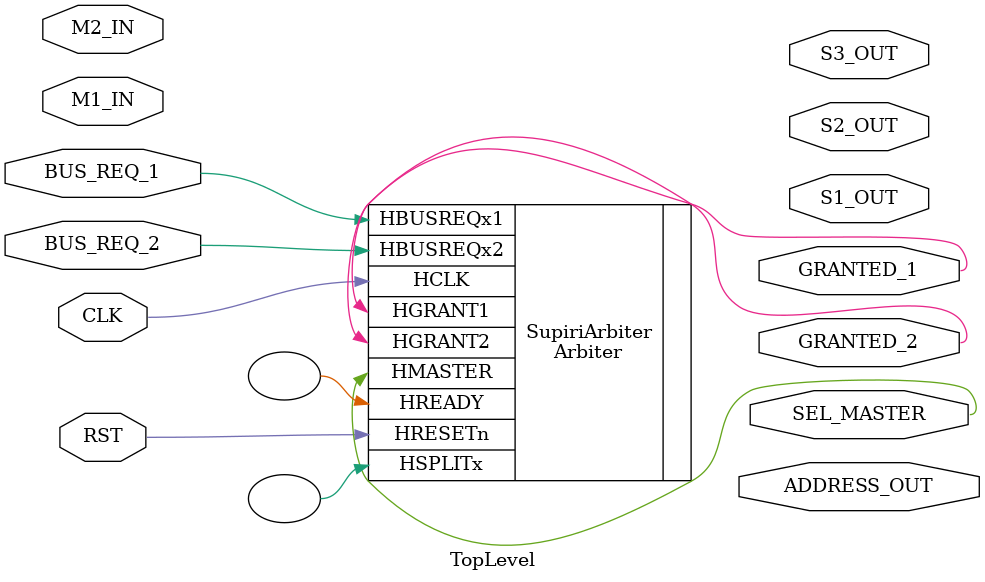
<source format=v>
module TopLevel(
    input CLK,
    input RST,

    input BUS_REQ_1,
    input BUS_REQ_2,
    input [31:0] M1_IN,
    input [31:0] M2_IN,
    output GRANTED_1,
    output GRANTED_2,
    output SEL_MASTER,
    output [31:0] S1_OUT,
    output [31:0] S2_OUT,
    output [31:0] S3_OUT,
    output [11:0] ADDRESS_OUT
    );
    
    
    
    Arbiter SupiriArbiter(
        .HBUSREQx1(BUS_REQ_1),
        .HBUSREQx2(BUS_REQ_2),
        .HSPLITx(),
        //HTRANS,
        //HBURST,
        //HRESP,
        .HREADY(),
        .HRESETn(RST),
        .HCLK(CLK),
        .HGRANT1(GRANTED_1),
        .HGRANT2(GRANTED_2),
        .HMASTER(SEL_MASTER)//,
        //output reg HMASTLOCK
        );
        
    Decoder SupiriDecoder(
        .HADDR(HADDR),
        .HCLK(HCLK),
        .HRESETn(HRESETn),
        .HSELx1(HSELx1),
        .HSELx2(HSELx2),
        .HSELx3(HSELx3)
    );
    
    SlaveA Slave_AINTERFACE(
        .HSELx(HSELx),
        .HWRITE(HWRITE),
        .HTRANS(HTRANS),
        .HSIZE(HSIZE),
        .HBURST(HBURST),
        .HRESETn(HRESETn),
        .HCLK(HCLK),
        .HMASTER(HMASTER),
        .HMASTLOCK(HMASTLOCK),
        .HSPLITx(HSPLITx),
        .HREADY(HREADY),
        .HRESP(HRESP),
        // Data from inside ports
        .HRDATA(HRDATA),
        .HADDR(HADDR),
        .HWDATA(HWDATA),
        // Data from outside ports
        .OUTHRDATA(OUTHRDATA),
        .OUTHADDR(OUTHADDR),
        .OUTHWDATA(OUTHWDATA)
    );
    
    SlaveA Slave_BINTERFACE(
        .HSELx(HSELx),
        .HWRITE(HWRITE),
        .HTRANS(HTRANS),
        .HSIZE(HSIZE),
        .HBURST(HBURST),
        .HRESETn(HRESETn),
        .HCLK(HCLK),
        .HMASTER(HMASTER),
        .HMASTLOCK(HMASTLOCK),
        .HSPLITx(HSPLITx),
        .HREADY(HREADY),
        .HRESP(HRESP),
        // Data from inside ports
        .HRDATA(HRDATA),
        .HADDR(HADDR),
        .HWDATA(HWDATA),
        // Data from outside ports
        .OUTHRDATA(OUTHRDATA),
        .OUTHADDR(OUTHADDR),
        .OUTHWDATA(OUTHWDATA)
    );
        
    SlaveA Slave_CINTERFACE(
        .HSELx(HSELx),
        .HWRITE(HWRITE),
        .HTRANS(HTRANS),
        .HSIZE(HSIZE),
        .HBURST(HBURST),
        .HRESETn(HRESETn),
        .HCLK(HCLK),
        .HMASTER(HMASTER),
        .HMASTLOCK(HMASTLOCK),
        .HSPLITx(HSPLITx),
        .HREADY(HREADY),
        .HRESP(HRESP),
        // Data from inside ports
        .HRDATA(HRDATA),
        .HADDR(HADDR),
        .HWDATA(HWDATA),
        // Data from outside ports
        .OUTHRDATA(OUTHRDATA),
        .OUTHADDR(OUTHADDR),
        .OUTHWDATA(OUTHWDATA)
    );
    
    
    MasterA Master_AINTERFACE(
        .HGRANTx(HGRANTx),
        .HREADY(HREADY),
        .RW(RW),
        .HRESP(HRESP),
        .HRESETn(HRESETn),
        .HCLK(HCLK),
        .HLOCKx(HLOCKx),
        .HWRITE(HWRITE),
        .HTRANS(HTRANS),
        .HBUSREQx(HBUSREQx),
        // Data from outside ports
        .HRDATA(HRDATA),
        .HWDATA(HWDATA),
        .HADDR(HADDR),
        // Data from inside ports
        .INHRDATA(INHRDATA),
        .INHWDATA(INHWDATA),
        .INHADDR(INHADDR)
    );
    
     MasterA Master_BINTERFACE(
        .HGRANTx(HGRANTx),
        .HREADY(HREADY),
        .RW(RW),
        .HRESP(HRESP),
        .HRESETn(HRESETn),
        .HCLK(HCLK),
        .HLOCKx(HLOCKx),
        .HWRITE(HWRITE),
        .HTRANS(HTRANS),
        .HBUSREQx(HBUSREQx),
        // Data from outside ports
        .HRDATA(HRDATA),
        .HWDATA(HWDATA),
        .HADDR(HADDR),
        // Data from inside ports
        .INHRDATA(INHRDATA),
        .INHWDATA(INHWDATA),
        .INHADDR(INHADDR)
    );
    
    
endmodule

</source>
